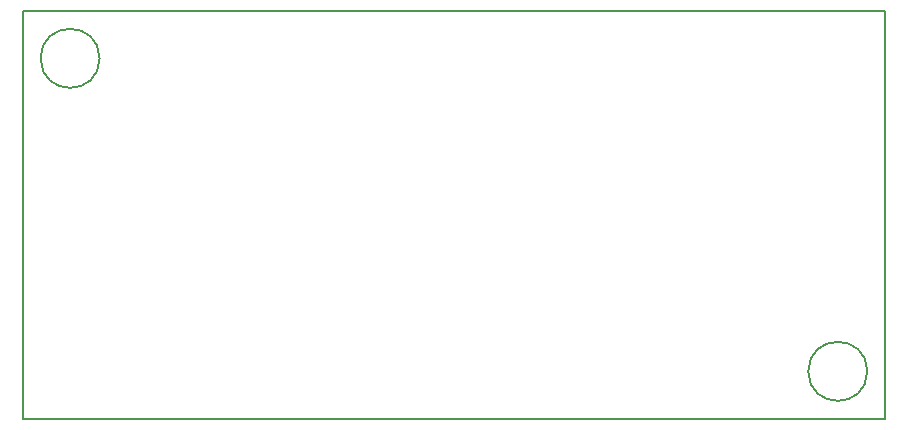
<source format=gbr>
%TF.GenerationSoftware,KiCad,Pcbnew,9.0.6*%
%TF.CreationDate,2026-02-13T17:22:30-06:00*%
%TF.ProjectId,2040Listener,32303430-4c69-4737-9465-6e65722e6b69,rev?*%
%TF.SameCoordinates,Original*%
%TF.FileFunction,Profile,NP*%
%FSLAX46Y46*%
G04 Gerber Fmt 4.6, Leading zero omitted, Abs format (unit mm)*
G04 Created by KiCad (PCBNEW 9.0.6) date 2026-02-13 17:22:30*
%MOMM*%
%LPD*%
G01*
G04 APERTURE LIST*
%TA.AperFunction,Profile*%
%ADD10C,0.200000*%
%TD*%
G04 APERTURE END LIST*
D10*
X105000000Y-53500000D02*
G75*
G02*
X100000000Y-53500000I-2500000J0D01*
G01*
X100000000Y-53500000D02*
G75*
G02*
X105000000Y-53500000I2500000J0D01*
G01*
X98500000Y-49500000D02*
X171500000Y-49500000D01*
X171500000Y-84000000D01*
X98500000Y-84000000D01*
X98500000Y-49500000D01*
X170000000Y-80000000D02*
G75*
G02*
X165000000Y-80000000I-2500000J0D01*
G01*
X165000000Y-80000000D02*
G75*
G02*
X170000000Y-80000000I2500000J0D01*
G01*
M02*

</source>
